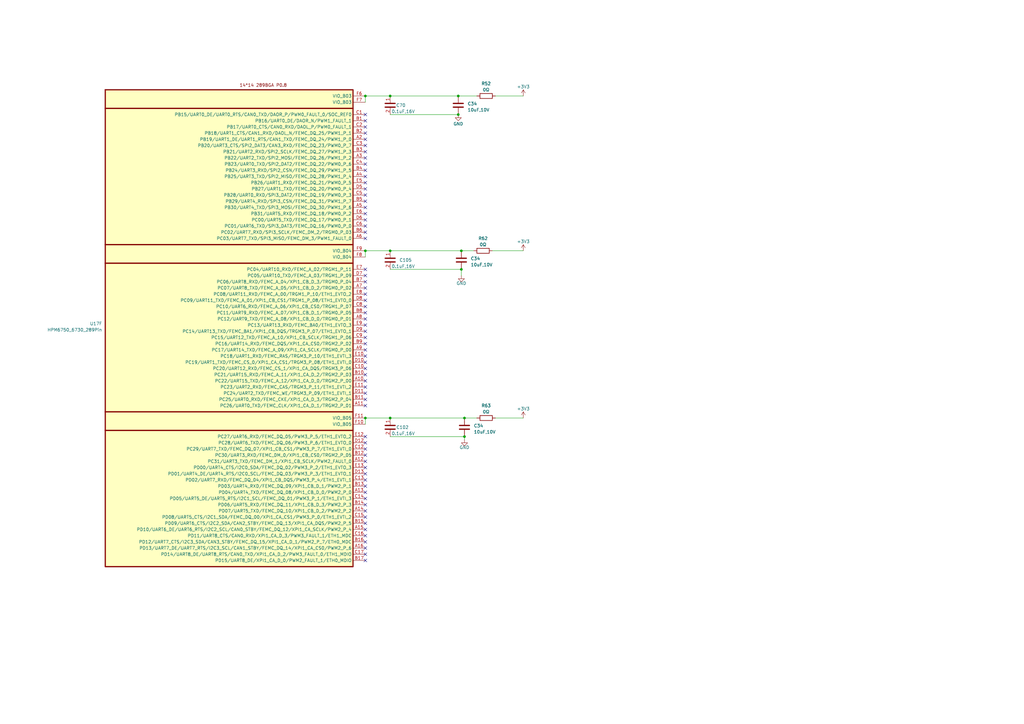
<source format=kicad_sch>
(kicad_sch (version 20230121) (generator eeschema)
  (paper "A3")
  (junction (at 160.02 171.45))
  (junction (at 149.86 171.45))
  (junction (at 190.5 171.45))
  (junction (at 149.86 39.37))
  (junction (at 187.96 39.37))
  (junction (at 160.02 39.37))
  (junction (at 190.5 179.07))
  (junction (at 189.23 110.49))
  (junction (at 149.86 102.87))
  (junction (at 189.23 102.87))
  (junction (at 187.96 46.99))
  (junction (at 160.02 102.87))
  (no_connect (at 149.86 62.23))
  (no_connect (at 149.86 186.69))
  (no_connect (at 149.86 191.77))
  (no_connect (at 149.86 57.15))
  (no_connect (at 149.86 77.47))
  (no_connect (at 149.86 217.17))
  (no_connect (at 149.86 189.23))
  (no_connect (at 149.86 204.47))
  (no_connect (at 149.86 224.79))
  (no_connect (at 149.86 222.25))
  (no_connect (at 149.86 207.01))
  (no_connect (at 149.86 120.65))
  (no_connect (at 149.86 130.81))
  (no_connect (at 149.86 156.21))
  (no_connect (at 149.86 194.31))
  (no_connect (at 149.86 181.61))
  (no_connect (at 149.86 49.53))
  (no_connect (at 149.86 52.07))
  (no_connect (at 149.86 212.09))
  (no_connect (at 149.86 140.97))
  (no_connect (at 149.86 72.39))
  (no_connect (at 149.86 143.51))
  (no_connect (at 149.86 74.93))
  (no_connect (at 149.86 87.63))
  (no_connect (at 149.86 135.89))
  (no_connect (at 149.86 158.75))
  (no_connect (at 149.86 201.93))
  (no_connect (at 149.86 59.69))
  (no_connect (at 149.86 184.15))
  (no_connect (at 149.86 227.33))
  (no_connect (at 149.86 125.73))
  (no_connect (at 149.86 166.37))
  (no_connect (at 149.86 161.29))
  (no_connect (at 149.86 67.31))
  (no_connect (at 149.86 153.67))
  (no_connect (at 149.86 118.11))
  (no_connect (at 149.86 69.85))
  (no_connect (at 149.86 115.57))
  (no_connect (at 149.86 146.05))
  (no_connect (at 149.86 138.43))
  (no_connect (at 149.86 199.39))
  (no_connect (at 149.86 95.25))
  (no_connect (at 149.86 179.07))
  (no_connect (at 149.86 80.01))
  (no_connect (at 149.86 128.27))
  (no_connect (at 149.86 82.55))
  (no_connect (at 149.86 214.63))
  (no_connect (at 149.86 163.83))
  (no_connect (at 149.86 209.55))
  (no_connect (at 149.86 90.17))
  (no_connect (at 149.86 110.49))
  (no_connect (at 149.86 123.19))
  (no_connect (at 149.86 229.87))
  (no_connect (at 149.86 113.03))
  (no_connect (at 149.86 148.59))
  (no_connect (at 149.86 85.09))
  (no_connect (at 149.86 151.13))
  (no_connect (at 149.86 133.35))
  (no_connect (at 149.86 92.71))
  (no_connect (at 149.86 219.71))
  (no_connect (at 149.86 46.99))
  (no_connect (at 149.86 196.85))
  (no_connect (at 149.86 64.77))
  (no_connect (at 149.86 97.79))
  (no_connect (at 149.86 54.61))
  (wire (pts (xy 160.02 39.37) (xy 149.86 39.37)))
  (wire (pts (xy 160.02 39.37) (xy 187.96 39.37)))
  (wire (pts (xy 149.86 39.37) (xy 149.86 41.91)))
  (wire (pts (xy 160.02 102.87) (xy 189.23 102.87)))
  (wire (pts (xy 189.23 102.87) (xy 194.31 102.87)))
  (wire (pts (xy 203.2 39.37) (xy 214.63 39.37)))
  (wire (pts (xy 214.63 171.45) (xy 203.2 171.45)))
  (wire (pts (xy 189.23 110.49) (xy 189.23 113.03)))
  (wire (pts (xy 149.86 171.45) (xy 149.86 173.99)))
  (wire (pts (xy 149.86 171.45) (xy 160.02 171.45)))
  (wire (pts (xy 149.86 102.87) (xy 149.86 105.41)))
  (wire (pts (xy 160.02 110.49) (xy 189.23 110.49)))
  (wire (pts (xy 160.02 179.07) (xy 190.5 179.07)))
  (wire (pts (xy 190.5 179.07) (xy 190.5 180.34)))
  (wire (pts (xy 190.5 171.45) (xy 195.58 171.45)))
  (wire (pts (xy 160.02 46.99) (xy 187.96 46.99)))
  (wire (pts (xy 149.86 102.87) (xy 160.02 102.87)))
  (wire (pts (xy 187.96 39.37) (xy 195.58 39.37)))
  (wire (pts (xy 214.63 102.87) (xy 201.93 102.87)))
  (wire (pts (xy 160.02 171.45) (xy 190.5 171.45)))
  (symbol (lib_id "02_HPM_Resis:0Ω") (at 199.39 171.45 0) (unit 1)
    (property "Reference" "R63" (at 199.39 166.37 0))
    (property "Value" "0Ω" (at 199.39 168.91 0))
    (property "Footprint" "02_HPM_Resis:R_0402_1005Metric" (effects hide))
  )
  (symbol (lib_id "03_HPM_CAP:10uF,10V") (at 187.96 43.18 0) (unit 1)
    (property "Reference" "C34" (at 191.77 42.545 0) (effects (justify left)))
    (property "Value" "10uF,10V" (at 191.77 45.085 0) (effects (justify left)))
    (property "Footprint" "03_HPM_CAP:C_0402_1005Metric" (effects hide))
    (instances (project "HPM6750_ADC_EVK_RevA" (path "" (reference "C34") (unit 1)) (path "" (reference "C101") (unit 1))))
  )
  (symbol (lib_id "power:GND") (at 189.23 113.03 0) (mirror y) (unit 1)
    (property "Reference" "#PWR0165" (effects hide))
    (property "Value" "GND" (at 189.23 116.205 0))
    (instances (project "HPM6750_ADC_EVK_RevA" (path "" (reference "#PWR0165") (unit 1))) (project "EVK_REVC" (path "" (reference "#PWR0175") (unit 1))))
  )
  (symbol (lib_name "0.1uF,16V_1") (lib_id "03_HPM_CAP:0.1uF,16V") (at 160.02 43.18 0) (mirror y) (unit 1)
    (property "Reference" "C70" (at 166.37 43.18 0) (effects (justify left)))
    (property "Value" "0.1uF,16V" (at 170.18 45.72 0) (effects (justify left)))
    (property "Footprint" "03_HPM_CAP:C_0402_1005Metric" (effects hide))
    (instances (project "HPM6750_ADC_EVK_RevA" (path "" (reference "C70") (unit 1))) (project "EVK_REVC" (path "" (reference "C53") (unit 1))))
  )
  (symbol (lib_id "03_HPM_CAP:10uF,10V") (at 189.23 106.68 0) (unit 1)
    (property "Reference" "C34" (at 193.04 106.045 0) (effects (justify left)))
    (property "Value" "10uF,10V" (at 193.04 108.585 0) (effects (justify left)))
    (property "Footprint" "03_HPM_CAP:C_0402_1005Metric" (effects hide))
    (instances (project "HPM6750_ADC_EVK_RevA" (path "" (reference "C34") (unit 1)) (path "" (reference "C103") (unit 1))))
  )
  (symbol (lib_name "0.1uF,16V_3") (lib_id "03_HPM_CAP:0.1uF,16V") (at 160.02 106.68 0) (mirror y) (unit 1)
    (property "Reference" "C105" (at 168.91 106.68 0) (effects (justify left)))
    (property "Value" "0.1uF,16V" (at 170.18 109.22 0) (effects (justify left)))
    (property "Footprint" "03_HPM_CAP:C_0402_1005Metric" (effects hide))
    (instances (project "HPM6750_ADC_EVK_RevA" (path "" (reference "C105") (unit 1))) (project "EVK_REVC" (path "" (reference "C65") (unit 1))))
  )
  (symbol (lib_id "power:+3V3") (at 214.63 171.45 0) (unit 1)
    (property "Reference" "#PWR049" (effects hide))
    (property "Value" "+3V3" (at 214.63 167.64 0))
    (instances (project "HPM6750_ADC_EVK_RevA" (path "" (reference "#PWR049") (unit 1)) (path "" (reference "#PWR0166") (unit 1))))
  )
  (symbol (lib_id "power:GND") (at 187.96 46.99 0) (mirror y) (unit 1)
    (property "Reference" "#PWR0136" (effects hide))
    (property "Value" "GND" (at 187.96 50.8 0))
    (instances (project "HPM6750_ADC_EVK_RevA" (path "" (reference "#PWR0136") (unit 1))) (project "EVK_REVC" (path "" (reference "#PWR0176") (unit 1))))
  )
  (symbol (lib_name "0.1uF,16V_5") (lib_id "03_HPM_CAP:0.1uF,16V") (at 160.02 175.26 0) (mirror y) (unit 1)
    (property "Reference" "C102" (at 167.64 175.26 0) (effects (justify left)))
    (property "Value" "0.1uF,16V" (at 170.18 177.8 0) (effects (justify left)))
    (property "Footprint" "03_HPM_CAP:C_0402_1005Metric" (effects hide))
    (instances (project "HPM6750_ADC_EVK_RevA" (path "" (reference "C102") (unit 1))) (project "EVK_REVC" (path "" (reference "C68") (unit 1))))
  )
  (symbol (lib_id "power:GND") (at 190.5 180.34 0) (mirror y) (unit 1)
    (property "Reference" "#PWR0160" (effects hide))
    (property "Value" "GND" (at 190.5 183.515 0))
    (instances (project "HPM6750_ADC_EVK_RevA" (path "" (reference "#PWR0160") (unit 1))) (project "EVK_REVC" (path "" (reference "#PWR0178") (unit 1))))
  )
  (symbol (lib_id "03_HPM_CAP:10uF,10V") (at 190.5 175.26 0) (unit 1)
    (property "Reference" "C34" (at 194.31 174.625 0) (effects (justify left)))
    (property "Value" "10uF,10V" (at 194.31 177.165 0) (effects (justify left)))
    (property "Footprint" "03_HPM_CAP:C_0402_1005Metric" (effects hide))
    (instances (project "HPM6750_ADC_EVK_RevA" (path "" (reference "C34") (unit 1)) (path "" (reference "C104") (unit 1))))
  )
  (symbol (lib_id "02_HPM_Resis:0Ω") (at 199.39 39.37 0) (unit 1)
    (property "Reference" "R52" (at 199.39 34.29 0))
    (property "Value" "0Ω" (at 199.39 36.83 0))
    (property "Footprint" "02_HPM_Resis:R_0402_1005Metric" (effects hide))
  )
  (symbol (lib_id "02_HPM_Resis:0Ω") (at 198.12 102.87 0) (unit 1)
    (property "Reference" "R62" (at 198.12 97.79 0))
    (property "Value" "0Ω" (at 198.12 100.33 0))
    (property "Footprint" "02_HPM_Resis:R_0402_1005Metric" (effects hide))
  )
  (symbol (lib_id "0_HPM6000_Library:HPM6750_6730_289Pin") (at 144.78 36.83 0) (mirror y) (unit 6)
    (property "Reference" "U17" (at 41.91 132.7427 0) (effects (justify left)))
    (property "Value" "HPM6750_6730_289Pin" (at 41.91 135.2827 0) (effects (justify left)))
    (property "Footprint" "0_HPM6000_Library:BGA-289_17x17_14.0x14.0mm" (effects hide))
  )
  (symbol (lib_id "power:+3V3") (at 214.63 102.87 0) (unit 1)
    (property "Reference" "#PWR049" (effects hide))
    (property "Value" "+3V3" (at 214.63 99.06 0))
    (instances (project "HPM6750_ADC_EVK_RevA" (path "" (reference "#PWR049") (unit 1)) (path "" (reference "#PWR0164") (unit 1))))
  )
  (symbol (lib_id "power:+3V3") (at 214.63 39.37 0) (unit 1)
    (property "Reference" "#PWR049" (effects hide))
    (property "Value" "+3V3" (at 214.63 35.56 0))
    (instances (project "HPM6750_ADC_EVK_RevA" (path "" (reference "#PWR049") (unit 1)) (path "" (reference "#PWR0137") (unit 1))))
  )
)
</source>
